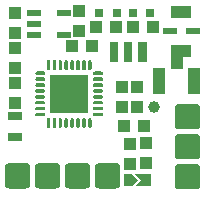
<source format=gts>
G04 DipTrace Beta 2.3.5.2*
%INsubMicroLRSv2_0603.GTS*%
%MOIN*%
%ADD22R,0.0394X0.0433*%
%ADD23R,0.0433X0.0394*%
%ADD24R,0.0315X0.0315*%
%ADD26R,0.0472X0.0315*%
%ADD29R,0.0472X0.0217*%
%ADD30R,0.0394X0.0413*%
%ADD31R,0.0413X0.0866*%
%ADD32R,0.071X0.041*%
%ADD33R,0.049X0.024*%
%ADD35C,0.0394*%
%FSLAX44Y44*%
G04*
G70*
G90*
G75*
G01*
%LNTopMask*%
%LPD*%
G36*
X5895Y2915D2*
X6445D1*
X6461Y2914D1*
X6476Y2912D1*
X6491Y2908D1*
X6506Y2902D1*
X6520Y2895D1*
X6533Y2886D1*
X6545Y2876D1*
X6556Y2865D1*
X6566Y2853D1*
X6575Y2840D1*
X6582Y2826D1*
X6588Y2811D1*
X6592Y2796D1*
X6594Y2781D1*
X6595Y2765D1*
Y2215D1*
X6594Y2199D1*
X6592Y2184D1*
X6588Y2169D1*
X6582Y2154D1*
X6575Y2140D1*
X6566Y2127D1*
X6556Y2115D1*
X6545Y2104D1*
X6533Y2094D1*
X6520Y2085D1*
X6506Y2078D1*
X6491Y2072D1*
X6476Y2068D1*
X6461Y2066D1*
X6445Y2065D1*
X5895D1*
X5879Y2066D1*
X5864Y2068D1*
X5849Y2072D1*
X5834Y2078D1*
X5820Y2085D1*
X5807Y2094D1*
X5795Y2104D1*
X5784Y2115D1*
X5774Y2127D1*
X5765Y2140D1*
X5758Y2154D1*
X5752Y2169D1*
X5748Y2184D1*
X5746Y2199D1*
X5745Y2215D1*
Y2765D1*
X5746Y2781D1*
X5748Y2796D1*
X5752Y2811D1*
X5758Y2826D1*
X5765Y2840D1*
X5774Y2853D1*
X5784Y2865D1*
X5795Y2876D1*
X5807Y2886D1*
X5820Y2895D1*
X5834Y2902D1*
X5849Y2908D1*
X5864Y2912D1*
X5879Y2914D1*
X5895Y2915D1*
G37*
G36*
X5745Y1215D2*
Y1765D1*
X5746Y1781D1*
X5748Y1796D1*
X5752Y1811D1*
X5758Y1826D1*
X5765Y1840D1*
X5774Y1853D1*
X5784Y1865D1*
X5795Y1876D1*
X5807Y1886D1*
X5820Y1895D1*
X5834Y1902D1*
X5849Y1908D1*
X5864Y1912D1*
X5879Y1914D1*
X5895Y1915D1*
X6445D1*
X6461Y1914D1*
X6476Y1912D1*
X6491Y1908D1*
X6506Y1902D1*
X6520Y1895D1*
X6533Y1886D1*
X6545Y1876D1*
X6556Y1865D1*
X6566Y1853D1*
X6575Y1840D1*
X6582Y1826D1*
X6588Y1811D1*
X6592Y1796D1*
X6594Y1781D1*
X6595Y1765D1*
Y1215D1*
X6594Y1199D1*
X6592Y1184D1*
X6588Y1169D1*
X6582Y1154D1*
X6575Y1140D1*
X6566Y1127D1*
X6556Y1115D1*
X6545Y1104D1*
X6533Y1094D1*
X6520Y1085D1*
X6506Y1078D1*
X6491Y1072D1*
X6476Y1068D1*
X6461Y1066D1*
X6445Y1065D1*
X5895D1*
X5879Y1066D1*
X5864Y1068D1*
X5849Y1072D1*
X5834Y1078D1*
X5820Y1085D1*
X5807Y1094D1*
X5795Y1104D1*
X5784Y1115D1*
X5774Y1127D1*
X5765Y1140D1*
X5758Y1154D1*
X5752Y1169D1*
X5748Y1184D1*
X5746Y1199D1*
X5745Y1215D1*
G37*
G36*
X6445Y915D2*
X5895D1*
X5879Y914D1*
X5864Y912D1*
X5849Y908D1*
X5834Y902D1*
X5820Y895D1*
X5807Y886D1*
X5795Y876D1*
X5784Y865D1*
X5774Y853D1*
X5765Y840D1*
X5758Y826D1*
X5752Y811D1*
X5748Y796D1*
X5746Y781D1*
X5745Y765D1*
Y215D1*
X5746Y199D1*
X5748Y184D1*
X5752Y169D1*
X5758Y154D1*
X5765Y140D1*
X5774Y127D1*
X5784Y115D1*
X5795Y104D1*
X5807Y94D1*
X5820Y85D1*
X5834Y78D1*
X5849Y72D1*
X5864Y68D1*
X5879Y66D1*
X5895Y65D1*
X6445D1*
X6461Y66D1*
X6476Y68D1*
X6491Y72D1*
X6506Y78D1*
X6520Y85D1*
X6533Y94D1*
X6545Y104D1*
X6556Y115D1*
X6566Y127D1*
X6575Y140D1*
X6582Y154D1*
X6588Y169D1*
X6592Y184D1*
X6594Y199D1*
X6595Y215D1*
Y765D1*
X6594Y781D1*
X6592Y796D1*
X6588Y811D1*
X6582Y826D1*
X6575Y840D1*
X6566Y853D1*
X6556Y865D1*
X6545Y876D1*
X6533Y886D1*
X6520Y895D1*
X6506Y902D1*
X6491Y908D1*
X6476Y912D1*
X6461Y914D1*
X6445Y915D1*
G37*
G36*
X85Y245D2*
Y795D1*
X86Y811D1*
X88Y826D1*
X92Y841D1*
X98Y856D1*
X105Y870D1*
X114Y883D1*
X124Y895D1*
X135Y906D1*
X147Y916D1*
X160Y925D1*
X174Y932D1*
X189Y938D1*
X204Y942D1*
X219Y944D1*
X235Y945D1*
X785D1*
X801Y944D1*
X816Y942D1*
X831Y938D1*
X846Y932D1*
X860Y925D1*
X873Y916D1*
X885Y906D1*
X896Y895D1*
X906Y883D1*
X915Y870D1*
X922Y856D1*
X928Y841D1*
X932Y826D1*
X934Y811D1*
X935Y795D1*
Y245D1*
X934Y229D1*
X932Y214D1*
X928Y199D1*
X922Y184D1*
X915Y170D1*
X906Y157D1*
X896Y145D1*
X885Y134D1*
X873Y124D1*
X860Y115D1*
X846Y108D1*
X831Y102D1*
X816Y98D1*
X801Y96D1*
X785Y95D1*
X235D1*
X219Y96D1*
X204Y98D1*
X189Y102D1*
X174Y108D1*
X160Y115D1*
X147Y124D1*
X135Y134D1*
X124Y145D1*
X114Y157D1*
X105Y170D1*
X98Y184D1*
X92Y199D1*
X88Y214D1*
X86Y229D1*
X85Y245D1*
G37*
G36*
X1785Y95D2*
X1235D1*
X1219Y96D1*
X1204Y98D1*
X1189Y102D1*
X1174Y108D1*
X1160Y115D1*
X1147Y124D1*
X1135Y134D1*
X1124Y145D1*
X1114Y157D1*
X1105Y170D1*
X1098Y184D1*
X1092Y199D1*
X1088Y214D1*
X1086Y229D1*
X1085Y245D1*
Y795D1*
X1086Y811D1*
X1088Y826D1*
X1092Y841D1*
X1098Y856D1*
X1105Y870D1*
X1114Y883D1*
X1124Y895D1*
X1135Y906D1*
X1147Y916D1*
X1160Y925D1*
X1174Y932D1*
X1189Y938D1*
X1204Y942D1*
X1219Y944D1*
X1235Y945D1*
X1785D1*
X1801Y944D1*
X1816Y942D1*
X1831Y938D1*
X1846Y932D1*
X1860Y925D1*
X1873Y916D1*
X1885Y906D1*
X1896Y895D1*
X1906Y883D1*
X1915Y870D1*
X1922Y856D1*
X1928Y841D1*
X1932Y826D1*
X1934Y811D1*
X1935Y795D1*
Y245D1*
X1934Y229D1*
X1932Y214D1*
X1928Y199D1*
X1922Y184D1*
X1915Y170D1*
X1906Y157D1*
X1896Y145D1*
X1885Y134D1*
X1873Y124D1*
X1860Y115D1*
X1846Y108D1*
X1831Y102D1*
X1816Y98D1*
X1801Y96D1*
X1785Y95D1*
G37*
G36*
X2085Y795D2*
Y245D1*
X2086Y229D1*
X2088Y214D1*
X2092Y199D1*
X2098Y184D1*
X2105Y170D1*
X2114Y157D1*
X2124Y145D1*
X2135Y134D1*
X2147Y124D1*
X2160Y115D1*
X2174Y108D1*
X2189Y102D1*
X2204Y98D1*
X2219Y96D1*
X2235Y95D1*
X2785D1*
X2801Y96D1*
X2816Y98D1*
X2831Y102D1*
X2846Y108D1*
X2860Y115D1*
X2873Y124D1*
X2885Y134D1*
X2896Y145D1*
X2906Y157D1*
X2915Y170D1*
X2922Y184D1*
X2928Y199D1*
X2932Y214D1*
X2934Y229D1*
X2935Y245D1*
Y795D1*
X2934Y811D1*
X2932Y826D1*
X2928Y841D1*
X2922Y856D1*
X2915Y870D1*
X2906Y883D1*
X2896Y895D1*
X2885Y906D1*
X2873Y916D1*
X2860Y925D1*
X2846Y932D1*
X2831Y938D1*
X2816Y942D1*
X2801Y944D1*
X2785Y945D1*
X2235D1*
X2219Y944D1*
X2204Y942D1*
X2189Y938D1*
X2174Y932D1*
X2160Y925D1*
X2147Y916D1*
X2135Y906D1*
X2124Y895D1*
X2114Y883D1*
X2105Y870D1*
X2098Y856D1*
X2092Y841D1*
X2088Y826D1*
X2086Y811D1*
X2085Y795D1*
G37*
G36*
X3235Y95D2*
X3785D1*
X3801Y96D1*
X3816Y98D1*
X3831Y102D1*
X3846Y108D1*
X3860Y115D1*
X3873Y124D1*
X3885Y134D1*
X3896Y145D1*
X3906Y157D1*
X3915Y170D1*
X3922Y184D1*
X3928Y199D1*
X3932Y214D1*
X3934Y229D1*
X3935Y245D1*
Y795D1*
X3934Y811D1*
X3932Y826D1*
X3928Y841D1*
X3922Y856D1*
X3915Y870D1*
X3906Y883D1*
X3896Y895D1*
X3885Y906D1*
X3873Y916D1*
X3860Y925D1*
X3846Y932D1*
X3831Y938D1*
X3816Y942D1*
X3801Y944D1*
X3785Y945D1*
X3235D1*
X3219Y944D1*
X3204Y942D1*
X3189Y938D1*
X3174Y932D1*
X3160Y925D1*
X3147Y916D1*
X3135Y906D1*
X3124Y895D1*
X3114Y883D1*
X3105Y870D1*
X3098Y856D1*
X3092Y841D1*
X3088Y826D1*
X3086Y811D1*
X3085Y795D1*
Y245D1*
X3086Y229D1*
X3088Y214D1*
X3092Y199D1*
X3098Y184D1*
X3105Y170D1*
X3114Y157D1*
X3124Y145D1*
X3135Y134D1*
X3147Y124D1*
X3160Y115D1*
X3174Y108D1*
X3189Y102D1*
X3204Y98D1*
X3219Y96D1*
X3235Y95D1*
G37*
D22*
X4800Y940D3*
Y1609D3*
D23*
X4730Y2170D3*
X4061D3*
D22*
X410Y4110D3*
Y4779D3*
Y2950D3*
Y3619D3*
Y5270D3*
Y5939D3*
X2560Y6000D3*
Y5331D3*
G36*
X4611Y390D2*
X4407Y185D1*
X4953D1*
Y595D1*
X4407D1*
X4611Y390D1*
G37*
G36*
X4048Y595D2*
X4321D1*
X4525Y390D1*
X4321Y185D1*
X4048D1*
Y595D1*
G37*
D24*
X3810Y5960D3*
X3219D3*
X4340D3*
X4931D3*
D26*
X420Y2520D3*
Y1811D3*
D29*
X1040Y5960D3*
Y5586D3*
Y5212D3*
X2064D3*
Y5960D3*
D22*
X3980Y2821D3*
Y3491D3*
D23*
X2990Y4850D3*
X2321D3*
D22*
X4250Y920D3*
Y1589D3*
D23*
X4360Y5470D3*
X5029D3*
X3780Y5480D3*
X3111D3*
D22*
X4490Y2821D3*
Y3491D3*
D30*
X5810Y4280D3*
D31*
X5229Y3681D3*
X6391D3*
D32*
X5970Y4690D3*
Y5970D3*
D33*
X5600Y5330D3*
X6340D3*
G36*
X3301Y2503D2*
X3327Y2509D1*
X3347Y2526D1*
X3359Y2549D1*
Y2576D1*
X3347Y2599D1*
X3327Y2616D1*
X3301Y2622D1*
X3085D1*
X3059Y2616D1*
X3038Y2599D1*
X3027Y2576D1*
Y2549D1*
X3038Y2526D1*
X3059Y2509D1*
X3085Y2503D1*
X3301D1*
G37*
G36*
Y2700D2*
X3327Y2706D1*
X3347Y2723D1*
X3359Y2746D1*
Y2772D1*
X3347Y2796D1*
X3327Y2813D1*
X3301Y2818D1*
X3085D1*
X3059Y2813D1*
X3038Y2796D1*
X3027Y2772D1*
Y2746D1*
X3038Y2723D1*
X3059Y2706D1*
X3085Y2700D1*
X3301D1*
G37*
G36*
Y2897D2*
X3327Y2903D1*
X3347Y2919D1*
X3359Y2943D1*
Y2969D1*
X3347Y2993D1*
X3327Y3009D1*
X3301Y3015D1*
X3085D1*
X3059Y3009D1*
X3038Y2993D1*
X3027Y2969D1*
Y2943D1*
X3038Y2919D1*
X3059Y2903D1*
X3085Y2897D1*
X3301D1*
G37*
G36*
Y3094D2*
X3327Y3100D1*
X3347Y3116D1*
X3359Y3140D1*
Y3166D1*
X3347Y3190D1*
X3327Y3206D1*
X3301Y3212D1*
X3085D1*
X3059Y3206D1*
X3038Y3190D1*
X3027Y3166D1*
Y3140D1*
X3038Y3116D1*
X3059Y3100D1*
X3085Y3094D1*
X3301D1*
G37*
G36*
Y3291D2*
X3327Y3297D1*
X3347Y3313D1*
X3359Y3337D1*
Y3363D1*
X3347Y3387D1*
X3327Y3403D1*
X3301Y3409D1*
X3085D1*
X3059Y3403D1*
X3038Y3387D1*
X3027Y3363D1*
Y3337D1*
X3038Y3313D1*
X3059Y3297D1*
X3085Y3291D1*
X3301D1*
G37*
G36*
Y3488D2*
X3327Y3494D1*
X3347Y3510D1*
X3359Y3534D1*
Y3560D1*
X3347Y3584D1*
X3327Y3600D1*
X3301Y3606D1*
X3085D1*
X3059Y3600D1*
X3038Y3584D1*
X3027Y3560D1*
Y3534D1*
X3038Y3510D1*
X3059Y3494D1*
X3085Y3488D1*
X3301D1*
G37*
G36*
Y3685D2*
X3327Y3690D1*
X3347Y3707D1*
X3359Y3730D1*
Y3757D1*
X3347Y3780D1*
X3327Y3797D1*
X3301Y3803D1*
X3085D1*
X3059Y3797D1*
X3038Y3780D1*
X3027Y3757D1*
Y3730D1*
X3038Y3707D1*
X3059Y3690D1*
X3085Y3685D1*
X3301D1*
G37*
G36*
Y3881D2*
X3327Y3887D1*
X3347Y3904D1*
X3359Y3927D1*
Y3954D1*
X3347Y3977D1*
X3327Y3994D1*
X3301Y4000D1*
X3085D1*
X3059Y3994D1*
X3038Y3977D1*
X3027Y3954D1*
Y3927D1*
X3038Y3904D1*
X3059Y3887D1*
X3085Y3881D1*
X3301D1*
G37*
G36*
X2976Y4324D2*
X2970Y4350D1*
X2954Y4370D1*
X2930Y4382D1*
X2904D1*
X2880Y4370D1*
X2864Y4350D1*
X2858Y4324D1*
Y4108D1*
X2864Y4082D1*
X2880Y4062D1*
X2904Y4050D1*
X2930D1*
X2954Y4062D1*
X2970Y4082D1*
X2976Y4108D1*
Y4324D1*
G37*
G36*
X2779D2*
X2774Y4350D1*
X2757Y4370D1*
X2734Y4382D1*
X2707D1*
X2684Y4370D1*
X2667Y4350D1*
X2661Y4324D1*
Y4108D1*
X2667Y4082D1*
X2684Y4062D1*
X2707Y4050D1*
X2734D1*
X2757Y4062D1*
X2774Y4082D1*
X2779Y4108D1*
Y4324D1*
G37*
G36*
X2583D2*
X2577Y4350D1*
X2560Y4370D1*
X2537Y4382D1*
X2510D1*
X2487Y4370D1*
X2470Y4350D1*
X2464Y4324D1*
Y4108D1*
X2470Y4082D1*
X2487Y4062D1*
X2510Y4050D1*
X2537D1*
X2560Y4062D1*
X2577Y4082D1*
X2583Y4108D1*
Y4324D1*
G37*
G36*
X2386D2*
X2380Y4350D1*
X2364Y4370D1*
X2340Y4382D1*
X2314D1*
X2290Y4370D1*
X2273Y4350D1*
X2268Y4324D1*
Y4108D1*
X2273Y4082D1*
X2290Y4062D1*
X2314Y4050D1*
X2340D1*
X2364Y4062D1*
X2380Y4082D1*
X2386Y4108D1*
Y4324D1*
G37*
G36*
X2189D2*
X2183Y4350D1*
X2167Y4370D1*
X2143Y4382D1*
X2117D1*
X2093Y4370D1*
X2077Y4350D1*
X2071Y4324D1*
Y4108D1*
X2077Y4082D1*
X2093Y4062D1*
X2117Y4050D1*
X2143D1*
X2167Y4062D1*
X2183Y4082D1*
X2189Y4108D1*
Y4324D1*
G37*
G36*
X1992D2*
X1986Y4350D1*
X1970Y4370D1*
X1946Y4382D1*
X1920D1*
X1896Y4370D1*
X1880Y4350D1*
X1874Y4324D1*
Y4108D1*
X1880Y4082D1*
X1896Y4062D1*
X1920Y4050D1*
X1946D1*
X1970Y4062D1*
X1986Y4082D1*
X1992Y4108D1*
Y4324D1*
G37*
G36*
X1795D2*
X1789Y4350D1*
X1773Y4370D1*
X1749Y4382D1*
X1723D1*
X1699Y4370D1*
X1683Y4350D1*
X1677Y4324D1*
Y4108D1*
X1683Y4082D1*
X1699Y4062D1*
X1723Y4050D1*
X1749D1*
X1773Y4062D1*
X1789Y4082D1*
X1795Y4108D1*
Y4324D1*
G37*
G36*
X1598D2*
X1592Y4350D1*
X1576Y4370D1*
X1552Y4382D1*
X1526D1*
X1502Y4370D1*
X1486Y4350D1*
X1480Y4324D1*
Y4108D1*
X1486Y4082D1*
X1502Y4062D1*
X1526Y4050D1*
X1552D1*
X1576Y4062D1*
X1592Y4082D1*
X1598Y4108D1*
Y4324D1*
G37*
G36*
X1372Y3881D2*
X1398Y3887D1*
X1418Y3904D1*
X1430Y3927D1*
Y3954D1*
X1418Y3977D1*
X1398Y3994D1*
X1372Y4000D1*
X1155D1*
X1130Y3994D1*
X1109Y3977D1*
X1098Y3954D1*
Y3927D1*
X1109Y3904D1*
X1130Y3887D1*
X1155Y3881D1*
X1372D1*
G37*
G36*
Y3685D2*
X1398Y3690D1*
X1418Y3707D1*
X1430Y3730D1*
Y3757D1*
X1418Y3780D1*
X1398Y3797D1*
X1372Y3803D1*
X1155D1*
X1130Y3797D1*
X1109Y3780D1*
X1098Y3757D1*
Y3730D1*
X1109Y3707D1*
X1130Y3690D1*
X1155Y3685D1*
X1372D1*
G37*
G36*
Y3488D2*
X1398Y3494D1*
X1418Y3510D1*
X1430Y3534D1*
Y3560D1*
X1418Y3584D1*
X1398Y3600D1*
X1372Y3606D1*
X1155D1*
X1130Y3600D1*
X1109Y3584D1*
X1098Y3560D1*
Y3534D1*
X1109Y3510D1*
X1130Y3494D1*
X1155Y3488D1*
X1372D1*
G37*
G36*
Y3291D2*
X1398Y3297D1*
X1418Y3313D1*
X1430Y3337D1*
Y3363D1*
X1418Y3387D1*
X1398Y3403D1*
X1372Y3409D1*
X1155D1*
X1130Y3403D1*
X1109Y3387D1*
X1098Y3363D1*
Y3337D1*
X1109Y3313D1*
X1130Y3297D1*
X1155Y3291D1*
X1372D1*
G37*
G36*
Y3094D2*
X1398Y3100D1*
X1418Y3116D1*
X1430Y3140D1*
Y3166D1*
X1418Y3190D1*
X1398Y3206D1*
X1372Y3212D1*
X1155D1*
X1130Y3206D1*
X1109Y3190D1*
X1098Y3166D1*
Y3140D1*
X1109Y3116D1*
X1130Y3100D1*
X1155Y3094D1*
X1372D1*
G37*
G36*
Y2897D2*
X1398Y2903D1*
X1418Y2919D1*
X1430Y2943D1*
Y2969D1*
X1418Y2993D1*
X1398Y3009D1*
X1372Y3015D1*
X1155D1*
X1130Y3009D1*
X1109Y2993D1*
X1098Y2969D1*
Y2943D1*
X1109Y2919D1*
X1130Y2903D1*
X1155Y2897D1*
X1372D1*
G37*
G36*
Y2700D2*
X1398Y2706D1*
X1418Y2723D1*
X1430Y2746D1*
Y2772D1*
X1418Y2796D1*
X1398Y2813D1*
X1372Y2818D1*
X1155D1*
X1130Y2813D1*
X1109Y2796D1*
X1098Y2772D1*
Y2746D1*
X1109Y2723D1*
X1130Y2706D1*
X1155Y2700D1*
X1372D1*
G37*
G36*
Y2503D2*
X1398Y2509D1*
X1418Y2526D1*
X1430Y2549D1*
Y2576D1*
X1418Y2599D1*
X1398Y2616D1*
X1372Y2622D1*
X1155D1*
X1130Y2616D1*
X1109Y2599D1*
X1098Y2576D1*
Y2549D1*
X1109Y2526D1*
X1130Y2509D1*
X1155Y2503D1*
X1372D1*
G37*
G36*
X1598Y2395D2*
X1592Y2421D1*
X1576Y2441D1*
X1552Y2453D1*
X1526D1*
X1502Y2441D1*
X1486Y2421D1*
X1480Y2395D1*
Y2179D1*
X1486Y2153D1*
X1502Y2132D1*
X1526Y2121D1*
X1552D1*
X1576Y2132D1*
X1592Y2153D1*
X1598Y2179D1*
Y2395D1*
G37*
G36*
X1795D2*
X1789Y2421D1*
X1773Y2441D1*
X1749Y2453D1*
X1723D1*
X1699Y2441D1*
X1683Y2421D1*
X1677Y2395D1*
Y2179D1*
X1683Y2153D1*
X1699Y2132D1*
X1723Y2121D1*
X1749D1*
X1773Y2132D1*
X1789Y2153D1*
X1795Y2179D1*
Y2395D1*
G37*
G36*
X1992D2*
X1986Y2421D1*
X1970Y2441D1*
X1946Y2453D1*
X1920D1*
X1896Y2441D1*
X1880Y2421D1*
X1874Y2395D1*
Y2179D1*
X1880Y2153D1*
X1896Y2132D1*
X1920Y2121D1*
X1946D1*
X1970Y2132D1*
X1986Y2153D1*
X1992Y2179D1*
Y2395D1*
G37*
G36*
X2189D2*
X2183Y2421D1*
X2167Y2441D1*
X2143Y2453D1*
X2117D1*
X2093Y2441D1*
X2077Y2421D1*
X2071Y2395D1*
Y2179D1*
X2077Y2153D1*
X2093Y2132D1*
X2117Y2121D1*
X2143D1*
X2167Y2132D1*
X2183Y2153D1*
X2189Y2179D1*
Y2395D1*
G37*
G36*
X2386D2*
X2380Y2421D1*
X2364Y2441D1*
X2340Y2453D1*
X2314D1*
X2290Y2441D1*
X2273Y2421D1*
X2268Y2395D1*
Y2179D1*
X2273Y2153D1*
X2290Y2132D1*
X2314Y2121D1*
X2340D1*
X2364Y2132D1*
X2380Y2153D1*
X2386Y2179D1*
Y2395D1*
G37*
G36*
X2583D2*
X2577Y2421D1*
X2560Y2441D1*
X2537Y2453D1*
X2510D1*
X2487Y2441D1*
X2470Y2421D1*
X2464Y2395D1*
Y2179D1*
X2470Y2153D1*
X2487Y2132D1*
X2510Y2121D1*
X2537D1*
X2560Y2132D1*
X2577Y2153D1*
X2583Y2179D1*
Y2395D1*
G37*
G36*
X2779D2*
X2774Y2421D1*
X2757Y2441D1*
X2734Y2453D1*
X2707D1*
X2684Y2441D1*
X2667Y2421D1*
X2661Y2395D1*
Y2179D1*
X2667Y2153D1*
X2684Y2132D1*
X2707Y2121D1*
X2734D1*
X2757Y2132D1*
X2774Y2153D1*
X2779Y2179D1*
Y2395D1*
G37*
G36*
X2976D2*
X2970Y2421D1*
X2954Y2441D1*
X2930Y2453D1*
X2904D1*
X2880Y2441D1*
X2864Y2421D1*
X2858Y2395D1*
Y2179D1*
X2864Y2153D1*
X2880Y2132D1*
X2904Y2121D1*
X2930D1*
X2954Y2132D1*
X2970Y2153D1*
X2976Y2179D1*
Y2395D1*
G37*
G36*
X2868Y2612D2*
X1588D1*
Y3891D1*
X2868D1*
Y2612D1*
G37*
D35*
X5040Y2810D3*
G36*
X4535Y4298D2*
X4810D1*
Y4967D1*
X4535D1*
Y4298D1*
G37*
G36*
X4062D2*
X4338D1*
Y4967D1*
X4062D1*
Y4298D1*
G37*
G36*
X3590D2*
X3865D1*
Y4967D1*
X3590D1*
Y4298D1*
G37*
M02*

</source>
